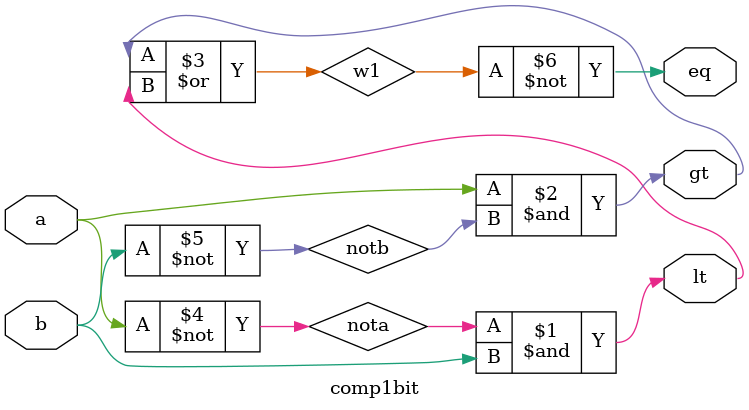
<source format=v>
module comp1bit(
  input wire a,
  input wire b,
  output wire eq,
  output wire gt,
  output wire lt
);

  wire w1;
  wire notb;
  wire nota;

  not not1(nota, a);
  not not2(notb, b);
  and and2(lt, nota, b);
  and and1(gt, a, notb); 
  or  or1(w1, gt, lt); 
  not not3(eq, w1);

endmodule

</source>
